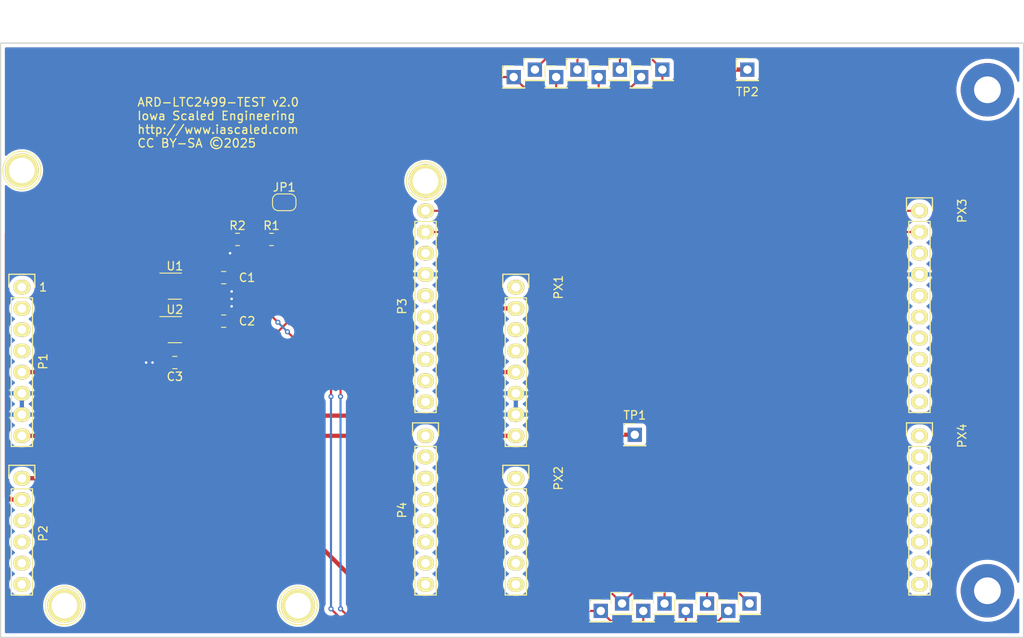
<source format=kicad_pcb>
(kicad_pcb (version 20211014) (generator pcbnew)
  (title_block (date "lun. 30 mars 2015"))
  (layers (0 "F.Cu" signal) (31 "B.Cu" signal) (34 "B.Paste" user) (35 "F.Paste" user) (36 "B.SilkS" user "B.Silkscreen") (37 "F.SilkS" user "F.Silkscreen") (38 "B.Mask" user) (39 "F.Mask" user) (44 "Edge.Cuts" user))
  (net 0 "")
  (net 1 "/IOREF")
  (net 2 "/Reset")
  (net 3 "+5V")
  (net 4 "GND")
  (net 5 "/Vin")
  (net 6 "/A0")
  (net 7 "/A1")
  (net 8 "/A2")
  (net 9 "/A3")
  (net 10 "/AREF")
  (net 11 "/A4(SDA)")
  (net 12 "/A5(SCL)")
  (net 13 "/9(**)")
  (net 14 "/8")
  (net 15 "/7")
  (net 16 "/6(**)")
  (net 17 "/5(**)")
  (net 18 "/4")
  (net 19 "/3(**)")
  (net 20 "/2")
  (net 21 "/1(Tx)")
  (net 22 "/0(Rx)")
  (net 23 "/1p25V")
  (net 24 "/2p5V")
  (net 26 "/11(**{slash}MOSI)")
  (net 27 "/13(SCK)")
  (net 28 "/10(**{slash}SS)")
  (net 30 "+3V3")
  (net 31 "/12(MISO)")
  (net 67 "Net-(R1-Pad1)")
  (footprint "Socket_Arduino_Uno:Socket_Strip_Arduino_1x08" (layer "F.Cu") (at 113.538 85.725 -90)
    (fp_text reference "P1" (at 8.89 -2.54 90) (layer "F.SilkS"))
    (fp_text value "Power")
    (fp_line (start 19.05 1.27) (end 19.05 -1.27) (layer "F.SilkS") (width 0.15))
    (fp_line (start 1.27 1.27) (end 19.05 1.27) (layer "F.SilkS") (width 0.15))
    (fp_line (start 19.05 -1.27) (end 1.27 -1.27) (layer "F.SilkS") (width 0.15))
    (fp_line (start 0 -1.55) (end -1.55 -1.55) (layer "F.SilkS") (width 0.15))
    (fp_line (start -1.55 -1.55) (end -1.55 1.55) (layer "F.SilkS") (width 0.15))
    (fp_line (start -1.55 1.55) (end 0 1.55) (layer "F.SilkS") (width 0.15))
    (fp_line (start 1.27 1.27) (end 1.27 -1.27) (layer "F.SilkS") (width 0.15))
    (pad "1" thru_hole oval locked (at 0 0 270) (size 1.7272 2.032) (drill 1.016) (layers *.Cu *.Mask "F.SilkS"))
    (pad "2" thru_hole oval locked (at 2.54 0 270) (size 1.7272 2.032) (drill 1.016) (layers *.Cu *.Mask "F.SilkS") (net 1 "/IOREF"))
    (pad "3" thru_hole oval locked (at 5.08 0 270) (size 1.7272 2.032) (drill 1.016) (layers *.Cu *.Mask "F.SilkS") (net 2 "/Reset"))
    (pad "4" thru_hole oval locked (at 7.62 0 270) (size 1.7272 2.032) (drill 1.016) (layers *.Cu *.Mask "F.SilkS") (net 30 "+3V3"))
    (pad "5" thru_hole oval locked (at 10.16 0 270) (size 1.7272 2.032) (drill 1.016) (layers *.Cu *.Mask "F.SilkS") (net 3 "+5V"))
    (pad "6" thru_hole oval locked (at 12.7 0 270) (size 1.7272 2.032) (drill 1.016) (layers *.Cu *.Mask "F.SilkS") (net 4 "GND"))
    (pad "7" thru_hole oval locked (at 15.24 0 270) (size 1.7272 2.032) (drill 1.016) (layers *.Cu *.Mask "F.SilkS") (net 4 "GND"))
    (pad "8" thru_hole oval locked (at 17.78 0 270) (size 1.7272 2.032) (drill 1.016) (layers *.Cu *.Mask "F.SilkS") (net 5 "/Vin"))
  )
  (footprint "Socket_Arduino_Uno:Socket_Strip_Arduino_1x06" (layer "F.Cu") (at 113.538 108.585 -90)
    (fp_text reference "P2" (at 6.604 -2.54 90) (layer "F.SilkS"))
    (fp_text value "Analog")
    (fp_line (start 1.27 1.27) (end 1.27 -1.27) (layer "F.SilkS") (width 0.15))
    (fp_line (start 0 -1.55) (end -1.55 -1.55) (layer "F.SilkS") (width 0.15))
    (fp_line (start 13.97 -1.27) (end 1.27 -1.27) (layer "F.SilkS") (width 0.15))
    (fp_line (start 1.27 1.27) (end 13.97 1.27) (layer "F.SilkS") (width 0.15))
    (fp_line (start 13.97 1.27) (end 13.97 -1.27) (layer "F.SilkS") (width 0.15))
    (fp_line (start -1.55 -1.55) (end -1.55 1.55) (layer "F.SilkS") (width 0.15))
    (fp_line (start -1.55 1.55) (end 0 1.55) (layer "F.SilkS") (width 0.15))
    (pad "1" thru_hole oval locked (at 0 0 270) (size 1.7272 2.032) (drill 1.016) (layers *.Cu *.Mask "F.SilkS") (net 6 "/A0"))
    (pad "2" thru_hole oval locked (at 2.54 0 270) (size 1.7272 2.032) (drill 1.016) (layers *.Cu *.Mask "F.SilkS") (net 7 "/A1"))
    (pad "3" thru_hole oval locked (at 5.08 0 270) (size 1.7272 2.032) (drill 1.016) (layers *.Cu *.Mask "F.SilkS") (net 8 "/A2"))
    (pad "4" thru_hole oval locked (at 7.62 0 270) (size 1.7272 2.032) (drill 1.016) (layers *.Cu *.Mask "F.SilkS") (net 9 "/A3"))
    (pad "5" thru_hole oval locked (at 10.16 0 270) (size 1.7272 2.032) (drill 1.016) (layers *.Cu *.Mask "F.SilkS"))
    (pad "6" thru_hole oval locked (at 12.7 0 270) (size 1.7272 2.032) (drill 1.016) (layers *.Cu *.Mask "F.SilkS"))
  )
  (footprint "Socket_Arduino_Uno:Socket_Strip_Arduino_1x10" (layer "F.Cu") (at 161.798 76.581 -90)
    (fp_text reference "P3" (at 11.43 2.794 90) (layer "F.SilkS"))
    (fp_text value "Digital")
    (fp_line (start 1.27 1.27) (end 24.13 1.27) (layer "F.SilkS") (width 0.15))
    (fp_line (start 24.13 1.27) (end 24.13 -1.27) (layer "F.SilkS") (width 0.15))
    (fp_line (start 24.13 -1.27) (end 1.27 -1.27) (layer "F.SilkS") (width 0.15))
    (fp_line (start 1.27 1.27) (end 1.27 -1.27) (layer "F.SilkS") (width 0.15))
    (pad "1" thru_hole oval locked (at 0 0 270) (size 1.7272 2.032) (drill 1.016) (layers *.Cu *.Mask "F.SilkS") (net 12 "/A5(SCL)"))
    (pad "2" thru_hole oval locked (at 2.54 0 270) (size 1.7272 2.032) (drill 1.016) (layers *.Cu *.Mask "F.SilkS") (net 11 "/A4(SDA)"))
    (pad "3" thru_hole oval locked (at 5.08 0 270) (size 1.7272 2.032) (drill 1.016) (layers *.Cu *.Mask "F.SilkS") (net 10 "/AREF"))
    (pad "4" thru_hole oval locked (at 7.62 0 270) (size 1.7272 2.032) (drill 1.016) (layers *.Cu *.Mask "F.SilkS") (net 4 "GND"))
    (pad "5" thru_hole oval locked (at 10.16 0 270) (size 1.7272 2.032) (drill 1.016) (layers *.Cu *.Mask "F.SilkS") (net 27 "/13(SCK)"))
    (pad "6" thru_hole oval locked (at 12.7 0 270) (size 1.7272 2.032) (drill 1.016) (layers *.Cu *.Mask "F.SilkS") (net 31 "/12(MISO)"))
    (pad "7" thru_hole oval locked (at 15.24 0 270) (size 1.7272 2.032) (drill 1.016) (layers *.Cu *.Mask "F.SilkS") (net 26 "/11(**{slash}MOSI)"))
    (pad "8" thru_hole oval locked (at 17.78 0 270) (size 1.7272 2.032) (drill 1.016) (layers *.Cu *.Mask "F.SilkS") (net 28 "/10(**{slash}SS)"))
    (pad "9" thru_hole oval locked (at 20.32 0 270) (size 1.7272 2.032) (drill 1.016) (layers *.Cu *.Mask "F.SilkS") (net 13 "/9(**)"))
    (pad "10" thru_hole oval locked (at 22.86 0 270) (size 1.7272 2.032) (drill 1.016) (layers *.Cu *.Mask "F.SilkS") (net 14 "/8"))
  )
  (footprint "Socket_Arduino_Uno:Socket_Strip_Arduino_1x08" (layer "F.Cu") (at 161.798 103.505 -90)
    (fp_text reference "P4" (at 8.89 2.794 90) (layer "F.SilkS"))
    (fp_text value "Digital")
    (fp_line (start 19.05 -1.27) (end 1.27 -1.27) (layer "F.SilkS") (width 0.15))
    (fp_line (start -1.55 1.55) (end 0 1.55) (layer "F.SilkS") (width 0.15))
    (fp_line (start 1.27 1.27) (end 19.05 1.27) (layer "F.SilkS") (width 0.15))
    (fp_line (start 1.27 1.27) (end 1.27 -1.27) (layer "F.SilkS") (width 0.15))
    (fp_line (start 0 -1.55) (end -1.55 -1.55) (layer "F.SilkS") (width 0.15))
    (fp_line (start 19.05 1.27) (end 19.05 -1.27) (layer "F.SilkS") (width 0.15))
    (fp_line (start -1.55 -1.55) (end -1.55 1.55) (layer "F.SilkS") (width 0.15))
    (pad "1" thru_hole oval locked (at 0 0 270) (size 1.7272 2.032) (drill 1.016) (layers *.Cu *.Mask "F.SilkS") (net 15 "/7"))
    (pad "2" thru_hole oval locked (at 2.54 0 270) (size 1.7272 2.032) (drill 1.016) (layers *.Cu *.Mask "F.SilkS") (net 16 "/6(**)"))
    (pad "3" thru_hole oval locked (at 5.08 0 270) (size 1.7272 2.032) (drill 1.016) (layers *.Cu *.Mask "F.SilkS") (net 17 "/5(**)"))
    (pad "4" thru_hole oval locked (at 7.62 0 270) (size 1.7272 2.032) (drill 1.016) (layers *.Cu *.Mask "F.SilkS") (net 18 "/4"))
    (pad "5" thru_hole oval locked (at 10.16 0 270) (size 1.7272 2.032) (drill 1.016) (layers *.Cu *.Mask "F.SilkS") (net 19 "/3(**)"))
    (pad "6" thru_hole oval locked (at 12.7 0 270) (size 1.7272 2.032) (drill 1.016) (layers *.Cu *.Mask "F.SilkS") (net 20 "/2"))
    (pad "7" thru_hole oval locked (at 15.24 0 270) (size 1.7272 2.032) (drill 1.016) (layers *.Cu *.Mask "F.SilkS") (net 21 "/1(Tx)"))
    (pad "8" thru_hole oval locked (at 17.78 0 270) (size 1.7272 2.032) (drill 1.016) (layers *.Cu *.Mask "F.SilkS") (net 22 "/0(Rx)"))
  )
  (footprint "Socket_Arduino_Uno:Arduino_1pin" (layer "F.Cu") (at 113.538 71.755 -90)
    (fp_text reference "P5" hide)
    (fp_text value "CONN_01X01" hide)
    (fp_circle (center 0 0) (end 0 -2.286) (layer "F.SilkS") (width 0.15) (fill none))
    (pad "1" thru_hole circle locked (at 0 0 270) (size 4.064 4.064) (drill 3.048) (layers *.Cu *.Mask "F.SilkS"))
  )
  (footprint "Socket_Arduino_Uno:Arduino_1pin" (layer "F.Cu") (at 118.618 123.825 -90)
    (fp_text reference "P6" hide)
    (fp_text value "CONN_01X01" hide)
    (fp_circle (center 0 0) (end 0 -2.286) (layer "F.SilkS") (width 0.15) (fill none))
    (pad "1" thru_hole circle locked (at 0 0 270) (size 4.064 4.064) (drill 3.048) (layers *.Cu *.Mask "F.SilkS"))
  )
  (footprint "Socket_Arduino_Uno:Arduino_1pin" (layer "F.Cu") (at 161.798 73.025 -90)
    (fp_text reference "P7" hide)
    (fp_text value "CONN_01X01" hide)
    (fp_circle (center 0 0) (end 0 -2.286) (layer "F.SilkS") (width 0.15) (fill none))
    (pad "1" thru_hole circle locked (at 0 0 270) (size 4.064 4.064) (drill 3.048) (layers *.Cu *.Mask "F.SilkS"))
  )
  (footprint "Socket_Arduino_Uno:Arduino_1pin" (layer "F.Cu") (at 146.558 123.825 -90)
    (fp_text reference "P8" hide)
    (fp_text value "CONN_01X01" hide)
    (fp_circle (center 0 0) (end 0 -2.286) (layer "F.SilkS") (width 0.15) (fill none))
    (pad "1" thru_hole circle locked (at 0 0 270) (size 4.064 4.064) (drill 3.048) (layers *.Cu *.Mask "F.SilkS"))
  )
  (footprint "Jumper:SolderJumper-2_P1.3mm_Open_RoundedPad1.0x1.5mm" (layer "F.Cu") (at 144.907 75.565)
    (fp_text reference "JP1" (at 0 -1.8) (layer "F.SilkS"))
    (fp_text value "SolderJumper_2_Open")
    (fp_line (start 0.7 1) (end -0.7 1) (layer "F.SilkS") (width 0.12))
    (fp_line (start -1.4 0.3) (end -1.4 -0.3) (layer "F.SilkS") (width 0.12))
    (fp_line (start -0.7 -1) (end 0.7 -1) (layer "F.SilkS") (width 0.12))
    (fp_line (start 1.4 -0.3) (end 1.4 0.3) (layer "F.SilkS") (width 0.12))
    (fp_arc (start -1.4 -0.3) (mid -1.194975 -0.794975) (end -0.7 -1) (layer "F.SilkS") (width 0.12))
    (fp_arc (start 0.7 -1) (mid 1.194975 -0.794975) (end 1.4 -0.3) (layer "F.SilkS") (width 0.12))
    (fp_arc (start -0.7 1) (mid -1.194975 0.794975) (end -1.4 0.3) (layer "F.SilkS") (width 0.12))
    (fp_arc (start 1.4 0.3) (mid 1.194975 0.794975) (end 0.7 1) (layer "F.SilkS") (width 0.12))
    (pad "1" smd custom (at -0.65 0) (size 1 0.5) (layers "F.Cu" "F.Mask") (net 67 "Net-(R1-Pad1)") (options (clearance outline) (anchor rect)) (primitives (gr_circle (center 0 0.25) (end 0.5 0.25) (width 0) (fill yes)) (gr_circle (center 0 -0.25) (end 0.5 -0.25) (width 0) (fill yes)) (gr_poly (pts (xy 0.5 0.75) (xy 0 0.75) (xy 0 -0.75) (xy 0.5 -0.75)) (width 0) (fill yes))))
    (pad "2" smd custom (at 0.65 0) (size 1 0.5) (layers "F.Cu" "F.Mask") (net 23 "/1p25V") (options (clearance outline) (anchor rect)) (primitives (gr_circle (center 0 0.25) (end 0.5 0.25) (width 0) (fill yes)) (gr_circle (center 0 -0.25) (end 0.5 -0.25) (width 0) (fill yes)) (gr_poly (pts (xy 0 0.75) (xy -0.5 0.75) (xy -0.5 -0.75) (xy 0 -0.75)) (width 0) (fill yes))))
  )
  (footprint "Connector_PinHeader_2.54mm:PinHeader_1x01_P2.54mm_Vertical" (layer "F.Cu") (at 174.879 59.69)
    (fp_text reference "TP11" hide)
    (fp_text value "TestPoint")
    (fp_line (start 1.33 1.27) (end 1.33 1.33) (layer "F.SilkS") (width 0.12))
    (fp_line (start -1.33 1.27) (end -1.33 1.33) (layer "F.SilkS") (width 0.12))
    (fp_line (start -1.33 0) (end -1.33 -1.33) (layer "F.SilkS") (width 0.12))
    (fp_line (start -1.33 1.27) (end 1.33 1.27) (layer "F.SilkS") (width 0.12))
    (fp_line (start -1.33 1.33) (end 1.33 1.33) (layer "F.SilkS") (width 0.12))
    (fp_line (start -1.33 -1.33) (end 0 -1.33) (layer "F.SilkS") (width 0.12))
    (pad "1" thru_hole rect (at 0 0) (size 1.7 1.7) (drill 1) (layers *.Cu *.Mask) (net 24 "/2p5V"))
  )
  (footprint "Socket_Arduino_Uno:Socket_Strip_Arduino_1x08" (layer "F.Cu") (at 220.853 103.505 -90)
    (fp_text reference "PX4" (at 0 -5.1 90) (layer "F.SilkS"))
    (fp_text value "Digital")
    (fp_line (start -1.55 1.55) (end 0 1.55) (layer "F.SilkS") (width 0.15))
    (fp_line (start 1.27 1.27) (end 1.27 -1.27) (layer "F.SilkS") (width 0.15))
    (fp_line (start 1.27 1.27) (end 19.05 1.27) (layer "F.SilkS") (width 0.15))
    (fp_line (start -1.55 -1.55) (end -1.55 1.55) (layer "F.SilkS") (width 0.15))
    (fp_line (start 19.05 -1.27) (end 1.27 -1.27) (layer "F.SilkS") (width 0.15))
    (fp_line (start 0 -1.55) (end -1.55 -1.55) (layer "F.SilkS") (width 0.15))
    (fp_line (start 19.05 1.27) (end 19.05 -1.27) (layer "F.SilkS") (width 0.15))
    (pad "1" thru_hole oval locked (at 0 0 270) (size 1.7272 2.032) (drill 1.016) (layers *.Cu *.Mask "F.SilkS"))
    (pad "2" thru_hole oval locked (at 2.54 0 270) (size 1.7272 2.032) (drill 1.016) (layers *.Cu *.Mask "F.SilkS"))
    (pad "3" thru_hole oval locked (at 5.08 0 270) (size 1.7272 2.032) (drill 1.016) (layers *.Cu *.Mask "F.SilkS"))
    (pad "4" thru_hole oval locked (at 7.62 0 270) (size 1.7272 2.032) (drill 1.016) (layers *.Cu *.Mask "F.SilkS"))
    (pad "5" thru_hole oval locked (at 10.16 0 270) (size 1.7272 2.032) (drill 1.016) (layers *.Cu *.Mask "F.SilkS"))
    (pad "6" thru_hole oval locked (at 12.7 0 270) (size 1.7272 2.032) (drill 1.016) (layers *.Cu *.Mask "F.SilkS"))
    (pad "7" thru_hole oval locked (at 15.24 0 270) (size 1.7272 2.032) (drill 1.016) (layers *.Cu *.Mask "F.SilkS"))
    (pad "8" thru_hole oval locked (at 17.78 0 270) (size 1.7272 2.032) (drill 1.016) (layers *.Cu *.Mask "F.SilkS"))
  )
  (footprint "Connector_PinHeader_2.54mm:PinHeader_1x01_P2.54mm_Vertical" (layer "F.Cu") (at 172.339 60.579)
    (fp_text reference "TP3" hide)
    (fp_text value "TestPoint")
    (fp_line (start -1.33 0) (end -1.33 -1.33) (layer "F.SilkS") (width 0.12))
    (fp_line (start -1.33 1.27) (end -1.33 1.33) (layer "F.SilkS") (width 0.12))
    (fp_line (start 1.33 1.27) (end 1.33 1.33) (layer "F.SilkS") (width 0.12))
    (fp_line (start -1.33 1.33) (end 1.33 1.33) (layer "F.SilkS") (width 0.12))
    (fp_line (start -1.33 1.27) (end 1.33 1.27) (layer "F.SilkS") (width 0.12))
    (fp_line (start -1.33 -1.33) (end 0 -1.33) (layer "F.SilkS") (width 0.12))
    (pad "1" thru_hole rect (at 0 0) (size 1.7 1.7) (drill 1) (layers *.Cu *.Mask) (net 23 "/1p25V"))
  )
  (footprint "Package_TO_SOT_SMD:TSOT-23-6" (layer "F.Cu") (at 131.826 90.805)
    (fp_text reference "U2" (at 0 -2.4) (layer "F.SilkS"))
    (fp_text value "LT6654xxS6-2.5")
    (fp_line (start 0 -1.56) (end 0.8 -1.56) (layer "F.SilkS") (width 0.12))
    (fp_line (start 0 -1.56) (end -1.8 -1.56) (layer "F.SilkS") (width 0.12))
    (fp_line (start 0 1.56) (end -0.8 1.56) (layer "F.SilkS") (width 0.12))
    (fp_line (start 0 1.56) (end 0.8 1.56) (layer "F.SilkS") (width 0.12))
    (pad "1" smd roundrect (at -1.1375 -0.95) (size 1.325 0.6) (layers "F.Cu" "F.Paste" "F.Mask") (net 4 "GND"))
    (pad "2" smd roundrect (at -1.1375 0) (size 1.325 0.6) (layers "F.Cu" "F.Paste" "F.Mask") (net 4 "GND"))
    (pad "3" smd roundrect (at -1.1375 0.95) (size 1.325 0.6) (layers "F.Cu" "F.Paste" "F.Mask"))
    (pad "4" smd roundrect (at 1.1375 0.95) (size 1.325 0.6) (layers "F.Cu" "F.Paste" "F.Mask") (net 3 "+5V"))
    (pad "5" smd roundrect (at 1.1375 0) (size 1.325 0.6) (layers "F.Cu" "F.Paste" "F.Mask"))
    (pad "6" smd roundrect (at 1.1375 -0.95) (size 1.325 0.6) (layers "F.Cu" "F.Paste" "F.Mask") (net 24 "/2p5V"))
  )
  (footprint "Package_TO_SOT_SMD:TSOT-23-6" (layer "F.Cu") (at 131.826 85.598)
    (fp_text reference "U1" (at 0 -2.4) (layer "F.SilkS"))
    (fp_text value "LT6654xxS6-1.25")
    (fp_line (start 0 1.56) (end 0.8 1.56) (layer "F.SilkS") (width 0.12))
    (fp_line (start 0 -1.56) (end -1.8 -1.56) (layer "F.SilkS") (width 0.12))
    (fp_line (start 0 -1.56) (end 0.8 -1.56) (layer "F.SilkS") (width 0.12))
    (fp_line (start 0 1.56) (end -0.8 1.56) (layer "F.SilkS") (width 0.12))
    (pad "1" smd roundrect (at -1.1375 -0.95) (size 1.325 0.6) (layers "F.Cu" "F.Paste" "F.Mask") (net 4 "GND"))
    (pad "2" smd roundrect (at -1.1375 0) (size 1.325 0.6) (layers "F.Cu" "F.Paste" "F.Mask") (net 4 "GND"))
    (pad "3" smd roundrect (at -1.1375 0.95) (size 1.325 0.6) (layers "F.Cu" "F.Paste" "F.Mask"))
    (pad "4" smd roundrect (at 1.1375 0.95) (size 1.325 0.6) (layers "F.Cu" "F.Paste" "F.Mask") (net 3 "+5V"))
    (pad "5" smd roundrect (at 1.1375 0) (size 1.325 0.6) (layers "F.Cu" "F.Paste" "F.Mask"))
    (pad "6" smd roundrect (at 1.1375 -0.95) (size 1.325 0.6) (layers "F.Cu" "F.Paste" "F.Mask") (net 23 "/1p25V"))
  )
  (footprint "Connector_PinHeader_2.54mm:PinHeader_1x01_P2.54mm_Vertical" (layer "F.Cu") (at 200.533 123.571)
    (fp_text reference "TP18" hide)
    (fp_text value "TestPoint")
    (fp_line (start -1.33 1.27) (end 1.33 1.27) (layer "F.SilkS") (width 0.12))
    (fp_line (start -1.33 -1.33) (end 0 -1.33) (layer "F.SilkS") (width 0.12))
    (fp_line (start -1.33 1.27) (end -1.33 1.33) (layer "F.SilkS") (width 0.12))
    (fp_line (start -1.33 1.33) (end 1.33 1.33) (layer "F.SilkS") (width 0.12))
    (fp_line (start 1.33 1.27) (end 1.33 1.33) (layer "F.SilkS") (width 0.12))
    (fp_line (start -1.33 0) (end -1.33 -1.33) (layer "F.SilkS") (width 0.12))
    (pad "1" thru_hole rect (at 0 0) (size 1.7 1.7) (drill 1) (layers *.Cu *.Mask) (net 24 "/2p5V"))
  )
  (footprint "Socket_Arduino_Uno:Socket_Strip_Arduino_1x06" (layer "F.Cu") (at 172.593 108.585 -90)
    (fp_text reference "PX2" (at 0 -5.1 90) (layer "F.SilkS"))
    (fp_text value "Analog")
    (fp_line (start 13.97 -1.27) (end 1.27 -1.27) (layer "F.SilkS") (width 0.15))
    (fp_line (start 0 -1.55) (end -1.55 -1.55) (layer "F.SilkS") (width 0.15))
    (fp_line (start -1.55 -1.55) (end -1.55 1.55) (layer "F.SilkS") (width 0.15))
    (fp_line (start 1.27 1.27) (end 1.27 -1.27) (layer "F.SilkS") (width 0.15))
    (fp_line (start 1.27 1.27) (end 13.97 1.27) (layer "F.SilkS") (width 0.15))
    (fp_line (start -1.55 1.55) (end 0 1.55) (layer "F.SilkS") (width 0.15))
    (fp_line (start 13.97 1.27) (end 13.97 -1.27) (layer "F.SilkS") (width 0.15))
    (pad "1" thru_hole oval locked (at 0 0 270) (size 1.7272 2.032) (drill 1.016) (layers *.Cu *.Mask "F.SilkS"))
    (pad "2" thru_hole oval locked (at 2.54 0 270) (size 1.7272 2.032) (drill 1.016) (layers *.Cu *.Mask "F.SilkS"))
    (pad "3" thru_hole oval locked (at 5.08 0 270) (size 1.7272 2.032) (drill 1.016) (layers *.Cu *.Mask "F.SilkS"))
    (pad "4" thru_hole oval locked (at 7.62 0 270) (size 1.7272 2.032) (drill 1.016) (layers *.Cu *.Mask "F.SilkS"))
    (pad "5" thru_hole oval locked (at 10.16 0 270) (size 1.7272 2.032) (drill 1.016) (layers *.Cu *.Mask "F.SilkS"))
    (pad "6" thru_hole oval locked (at 12.7 0 270) (size 1.7272 2.032) (drill 1.016) (layers *.Cu *.Mask "F.SilkS"))
  )
  (footprint "Resistor_SMD:R_0805_2012Metric" (layer "F.Cu") (at 139.319 80.01)
    (fp_text reference "R2" (at 0 -1.65) (layer "F.SilkS"))
    (fp_text value "10k")
    (fp_line (start -0.227064 -0.735) (end 0.227064 -0.735) (layer "F.SilkS") (width 0.12))
    (fp_line (start -0.227064 0.735) (end 0.227064 0.735) (layer "F.SilkS") (width 0.12))
    (pad "1" smd roundrect (at -0.9125 0) (size 1.025 1.4) (layers "F.Cu" "F.Paste" "F.Mask") (roundrect_rratio 0.243902) (net 4 "GND"))
    (pad "2" smd roundrect (at 0.9125 0) (size 1.025 1.4) (layers "F.Cu" "F.Paste" "F.Mask") (roundrect_rratio 0.243902) (net 67 "Net-(R1-Pad1)"))
  )
  (footprint "Connector_PinHeader_2.54mm:PinHeader_1x01_P2.54mm_Vertical" (layer "F.Cu") (at 177.419 60.579)
    (fp_text reference "TP4" hide)
    (fp_text value "TestPoint")
    (fp_line (start -1.33 -1.33) (end 0 -1.33) (layer "F.SilkS") (width 0.12))
    (fp_line (start -1.33 1.27) (end 1.33 1.27) (layer "F.SilkS") (width 0.12))
    (fp_line (start -1.33 0) (end -1.33 -1.33) (layer "F.SilkS") (width 0.12))
    (fp_line (start -1.33 1.33) (end 1.33 1.33) (layer "F.SilkS") (width 0.12))
    (fp_line (start 1.33 1.27) (end 1.33 1.33) (layer "F.SilkS") (width 0.12))
    (fp_line (start -1.33 1.27) (end -1.33 1.33) (layer "F.SilkS") (width 0.12))
    (pad "1" thru_hole rect (at 0 0) (size 1.7 1.7) (drill 1) (layers *.Cu *.Mask) (net 23 "/1p25V"))
  )
  (footprint "Connector_PinHeader_2.54mm:PinHeader_1x01_P2.54mm_Vertical" (layer "F.Cu") (at 195.453 123.571)
    (fp_text reference "TP17" hide)
    (fp_text value "TestPoint")
    (fp_line (start -1.33 -1.33) (end 0 -1.33) (layer "F.SilkS") (width 0.12))
    (fp_line (start 1.33 1.27) (end 1.33 1.33) (layer "F.SilkS") (width 0.12))
    (fp_line (start -1.33 0) (end -1.33 -1.33) (layer "F.SilkS") (width 0.12))
    (fp_line (start -1.33 1.27) (end 1.33 1.27) (layer "F.SilkS") (width 0.12))
    (fp_line (start -1.33 1.27) (end -1.33 1.33) (layer "F.SilkS") (width 0.12))
    (fp_line (start -1.33 1.33) (end 1.33 1.33) (layer "F.SilkS") (width 0.12))
    (pad "1" thru_hole rect (at 0 0) (size 1.7 1.7) (drill 1) (layers *.Cu *.Mask) (net 24 "/2p5V"))
  )
  (footprint "MountingHole:MountingHole_3.2mm_M3_Pad" (layer "F.Cu") (at 228.981 122.047)
    (fp_text reference "H2" hide)
    (fp_text value "MountingHole" hide)
    (pad "1" thru_hole circle (at 0 0) (size 6.4 6.4) (drill 3.2) (layers *.Cu *.Mask))
  )
  (footprint "Connector_PinHeader_2.54mm:PinHeader_1x01_P2.54mm_Vertical" (layer "F.Cu") (at 187.833 124.46)
    (fp_text reference "TP8" hide)
    (fp_text value "TestPoint")
    (fp_line (start -1.33 1.27) (end -1.33 1.33) (layer "F.SilkS") (width 0.12))
    (fp_line (start -1.33 1.33) (end 1.33 1.33) (layer "F.SilkS") (width 0.12))
    (fp_line (start 1.33 1.27) (end 1.33 1.33) (layer "F.SilkS") (width 0.12))
    (fp_line (start -1.33 0) (end -1.33 -1.33) (layer "F.SilkS") (width 0.12))
    (fp_line (start -1.33 -1.33) (end 0 -1.33) (layer "F.SilkS") (width 0.12))
    (fp_line (start -1.33 1.27) (end 1.33 1.27) (layer "F.SilkS") (width 0.12))
    (pad "1" thru_hole rect (at 0 0) (size 1.7 1.7) (drill 1) (layers *.Cu *.Mask) (net 23 "/1p25V"))
  )
  (footprint "Socket_Arduino_Uno:Socket_Strip_Arduino_1x10" (layer "F.Cu") (at 220.853 76.581 -90)
    (fp_text reference "PX3" (at 0 -5.1 90) (layer "F.SilkS"))
    (fp_text value "Digital")
    (fp_line (start 24.13 1.27) (end 24.13 -1.27) (layer "F.SilkS") (width 0.15))
    (fp_line (start 1.27 1.27) (end 24.13 1.27) (layer "F.SilkS") (width 0.15))
    (fp_line (start -1.55 -1.55) (end -1.55 1.55) (layer "F.SilkS") (width 0.15))
    (fp_line (start 0 -1.55) (end -1.55 -1.55) (layer "F.SilkS") (width 0.15))
    (fp_line (start 24.13 -1.27) (end 1.27 -1.27) (layer "F.SilkS") (width 0.15))
    (fp_line (start -1.55 1.55) (end 0 1.55) (layer "F.SilkS") (width 0.15))
    (fp_line (start 1.27 1.27) (end 1.27 -1.27) (layer "F.SilkS") (width 0.15))
    (pad "1" thru_hole oval locked (at 0 0 270) (size 1.7272 2.032) (drill 1.016) (layers *.Cu *.Mask "F.SilkS") (net 12 "/A5(SCL)"))
    (pad "2" thru_hole oval locked (at 2.54 0 270) (size 1.7272 2.032) (drill 1.016) (layers *.Cu *.Mask "F.SilkS") (net 11 "/A4(SDA)"))
    (pad "3" thru_hole oval locked (at 5.08 0 270) (size 1.7272 2.032) (drill 1.016) (layers *.Cu *.Mask "F.SilkS"))
    (pad "4" thru_hole oval locked (at 7.62 0 270) (size 1.7272 2.032) (drill 1.016) (layers *.Cu *.Mask "F.SilkS") (net 4 "GND"))
    (pad "5" thru_hole oval locked (at 10.16 0 270) (size 1.7272 2.032) (drill 1.016) (layers *.Cu *.Mask "F.SilkS"))
    (pad "6" thru_hole oval locked (at 12.7 0 270) (size 1.7272 2.032) (drill 1.016) (layers *.Cu *.Mask "F.SilkS"))
    (pad "7" thru_hole oval locked (at 15.24 0 270) (size 1.7272 2.032) (drill 1.016) (layers *.Cu *.Mask "F.SilkS"))
    (pad "8" thru_hole oval locked (at 17.78 0 270) (size 1.7272 2.032) (drill 1.016) (layers *.Cu *.Mask "F.SilkS"))
    (pad "9" thru_hole oval locked (at 20.32 0 270) (size 1.7272 2.032) (drill 1.016) (layers *.Cu *.Mask "F.SilkS"))
    (pad "10" thru_hole oval locked (at 22.86 0 270) (size 1.7272 2.032) (drill 1.016) (layers *.Cu *.Mask "F.SilkS"))
  )
  (footprint "Connector_PinHeader_2.54mm:PinHeader_1x01_P2.54mm_Vertical" (layer "F.Cu") (at 185.039 59.69)
    (fp_text reference "TP13" hide)
    (fp_text value "TestPoint")
    (fp_line (start -1.33 -1.33) (end 0 -1.33) (layer "F.SilkS") (width 0.12))
    (fp_line (start 1.33 1.27) (end 1.33 1.33) (layer "F.SilkS") (width 0.12))
    (fp_line (start -1.33 1.27) (end 1.33 1.27) (layer "F.SilkS") (width 0.12))
    (fp_line (start -1.33 1.27) (end -1.33 1.33) (layer "F.SilkS") (width 0.12))
    (fp_line (start -1.33 0) (end -1.33 -1.33) (layer "F.SilkS") (width 0.12))
    (fp_line (start -1.33 1.33) (end 1.33 1.33) (layer "F.SilkS") (width 0.12))
    (pad "1" thru_hole rect (at 0 0) (size 1.7 1.7) (drill 1) (layers *.Cu *.Mask) (net 24 "/2p5V"))
  )
  (footprint "Connector_PinHeader_2.54mm:PinHeader_1x01_P2.54mm_Vertical" (layer "F.Cu") (at 186.817 103.378)
    (fp_text reference "TP1" (at 0 -2.33) (layer "F.SilkS"))
    (fp_text value "TestPoint")
    (fp_line (start -1.33 1.33) (end 1.33 1.33) (layer "F.SilkS") (width 0.12))
    (fp_line (start 1.33 1.27) (end 1.33 1.33) (layer "F.SilkS") (width 0.12))
    (fp_line (start -1.33 -1.33) (end 0 -1.33) (layer "F.SilkS") (width 0.12))
    (fp_line (start -1.33 0) (end -1.33 -1.33) (layer "F.SilkS") (width 0.12))
    (fp_line (start -1.33 1.27) (end 1.33 1.27) (layer "F.SilkS") (width 0.12))
    (fp_line (start -1.33 1.27) (end -1.33 1.33) (layer "F.SilkS") (width 0.12))
    (pad "1" thru_hole rect (at 0 0) (size 1.7 1.7) (drill 1) (layers *.Cu *.Mask) (net 6 "/A0"))
  )
  (footprint "Capacitor_SMD:C_0805_2012Metric" (layer "F.Cu") (at 137.668 89.789)
    (fp_text reference "C2" (at 2.794 0) (layer "F.SilkS"))
    (fp_text value "1uF")
    (fp_line (start -0.261252 0.735) (end 0.261252 0.735) (layer "F.SilkS") (width 0.12))
    (fp_line (start -0.261252 -0.735) (end 0.261252 -0.735) (layer "F.SilkS") (width 0.12))
    (pad "1" smd roundrect (at -0.95 0) (size 1 1.45) (layers "F.Cu" "F.Paste" "F.Mask") (net 24 "/2p5V"))
    (pad "2" smd roundrect (at 0.95 0) (size 1 1.45) (layers "F.Cu" "F.Paste" "F.Mask") (net 4 "GND"))
  )
  (footprint "Connector_PinHeader_2.54mm:PinHeader_1x01_P2.54mm_Vertical" (layer "F.Cu") (at 200.279 59.69)
    (fp_text reference "TP2" (at 0 2.667) (layer "F.SilkS"))
    (fp_text value "TestPoint")
    (fp_line (start -1.33 1.33) (end 1.33 1.33) (layer "F.SilkS") (width 0.12))
    (fp_line (start -1.33 -1.33) (end 0 -1.33) (layer "F.SilkS") (width 0.12))
    (fp_line (start -1.33 1.27) (end -1.33 1.33) (layer "F.SilkS") (width 0.12))
    (fp_line (start 1.33 1.27) (end 1.33 1.33) (layer "F.SilkS") (width 0.12))
    (fp_line (start -1.33 0) (end -1.33 -1.33) (layer "F.SilkS") (width 0.12))
    (fp_line (start -1.33 1.27) (end 1.33 1.27) (layer "F.SilkS") (width 0.12))
    (pad "1" thru_hole rect (at 0 0) (size 1.7 1.7) (drill 1) (layers *.Cu *.Mask) (net 7 "/A1"))
  )
  (footprint "Connector_PinHeader_2.54mm:PinHeader_1x01_P2.54mm_Vertical" (layer "F.Cu") (at 182.753 124.46)
    (fp_text reference "TP7" hide)
    (fp_text value "TestPoint")
    (fp_line (start -1.33 1.33) (end 1.33 1.33) (layer "F.SilkS") (width 0.12))
    (fp_line (start 1.33 1.27) (end 1.33 1.33) (layer "F.SilkS") (width 0.12))
    (fp_line (start -1.33 1.27) (end -1.33 1.33) (layer "F.SilkS") (width 0.12))
    (fp_line (start -1.33 1.27) (end 1.33 1.27) (layer "F.SilkS") (width 0.12))
    (fp_line (start -1.33 -1.33) (end 0 -1.33) (layer "F.SilkS") (width 0.12))
    (fp_line (start -1.33 0) (end -1.33 -1.33) (layer "F.SilkS") (width 0.12))
    (pad "1" thru_hole rect (at 0 0) (size 1.7 1.7) (drill 1) (layers *.Cu *.Mask) (net 23 "/1p25V"))
  )
  (footprint "Connector_PinHeader_2.54mm:PinHeader_1x01_P2.54mm_Vertical" (layer "F.Cu") (at 192.913 124.46)
    (fp_text reference "TP9" hide)
    (fp_text value "TestPoint")
    (fp_line (start -1.33 1.33) (end 1.33 1.33) (layer "F.SilkS") (width 0.12))
    (fp_line (start -1.33 0) (end -1.33 -1.33) (layer "F.SilkS") (width 0.12))
    (fp_line (start -1.33 1.27) (end 1.33 1.27) (layer "F.SilkS") (width 0.12))
    (fp_line (start 1.33 1.27) (end 1.33 1.33) (layer "F.SilkS") (width 0.12))
    (fp_line (start -1.33 1.27) (end -1.33 1.33) (layer "F.SilkS") (width 0.12))
    (fp_line (start -1.33 -1.33) (end 0 -1.33) (layer "F.SilkS") (width 0.12))
    (pad "1" thru_hole rect (at 0 0) (size 1.7 1.7) (drill 1) (layers *.Cu *.Mask) (net 23 "/1p25V"))
  )
  (footprint "Capacitor_SMD:C_0805_2012Metric" (layer "F.Cu") (at 137.668 84.582)
    (fp_text reference "C1" (at 2.794 0) (layer "F.SilkS"))
    (fp_text value "1uF")
    (fp_line (start -0.261252 -0.735) (end 0.261252 -0.735) (layer "F.SilkS") (width 0.12))
    (fp_line (start -0.261252 0.735) (end 0.261252 0.735) (layer "F.SilkS") (width 0.12))
    (pad "1" smd roundrect (at -0.95 0) (size 1 1.45) (layers "F.Cu" "F.Paste" "F.Mask") (net 23 "/1p25V"))
    (pad "2" smd roundrect (at 0.95 0) (size 1 1.45) (layers "F.Cu" "F.Paste" "F.Mask") (net 4 "GND"))
  )
  (footprint "Connector_PinHeader_2.54mm:PinHeader_1x01_P2.54mm_Vertical" (layer "F.Cu") (at 190.119 59.69)
    (fp_text reference "TP14" hide)
    (fp_text value "TestPoint")
    (fp_line (start -1.33 -1.33) (end 0 -1.33) (layer "F.SilkS") (width 0.12))
    (fp_line (start -1.33 0) (end -1.33 -1.33) (layer "F.SilkS") (width 0.12))
    (fp_line (start -1.33 1.33) (end 1.33 1.33) (layer "F.SilkS") (width 0.12))
    (fp_line (start -1.33 1.27) (end 1.33 1.27) (layer "F.SilkS") (width 0.12))
    (fp_line (start 1.33 1.27) (end 1.33 1.33) (layer "F.SilkS") (width 0.12))
    (fp_line (start -1.33 1.27) (end -1.33 1.33) (layer "F.SilkS") (width 0.12))
    (pad "1" thru_hole rect (at 0 0) (size 1.7 1.7) (drill 1) (layers *.Cu *.Mask) (net 24 "/2p5V"))
  )
  (footprint "Connector_PinHeader_2.54mm:PinHeader_1x01_P2.54mm_Vertical" (layer "F.Cu") (at 197.993 124.46)
    (fp_text reference "TP10" hide)
    (fp_text value "TestPoint")
    (fp_line (start -1.33 -1.33) (end 0 -1.33) (layer "F.SilkS") (width 0.12))
    (fp_line (start -1.33 0) (end -1.33 -1.33) (layer "F.SilkS") (width 0.12))
    (fp_line (start -1.33 1.27) (end -1.33 1.33) (layer "F.SilkS") (width 0.12))
    (fp_line (start -1.33 1.33) (end 1.33 1.33) (layer "F.SilkS") (width 0.12))
    (fp_line (start -1.33 1.27) (end 1.33 1.27) (layer "F.SilkS") (width 0.12))
    (fp_line (start 1.33 1.27) (end 1.33 1.33) (layer "F.SilkS") (width 0.12))
    (pad "1" thru_hole rect (at 0 0) (size 1.7 1.7) (drill 1) (layers *.Cu *.Mask) (net 23 "/1p25V"))
  )
  (footprint "Connector_PinHeader_2.54mm:PinHeader_1x01_P2.54mm_Vertical" (layer "F.Cu") (at 179.959 59.69)
    (fp_text reference "TP12" hide)
    (fp_text value "TestPoint")
    (fp_line (start -1.33 1.27) (end 1.33 1.27) (layer "F.SilkS") (width 0.12))
    (fp_line (start 1.33 1.27) (end 1.33 1.33) (layer "F.SilkS") (width 0.12))
    (fp_line (start -1.33 1.33) (end 1.33 1.33) (layer "F.SilkS") (width 0.12))
    (fp_line (start -1.33 -1.33) (end 0 -1.33) (layer "F.SilkS") (width 0.12))
    (fp_line (start -1.33 1.27) (end -1.33 1.33) (layer "F.SilkS") (width 0.12))
    (fp_line (start -1.33 0) (end -1.33 -1.33) (layer "F.SilkS") (width 0.12))
    (pad "1" thru_hole rect (at 0 0) (size 1.7 1.7) (drill 1) (layers *.Cu *.Mask) (net 24 "/2p5V"))
  )
  (footprint "Capacitor_SMD:C_0805_2012Metric" (layer "F.Cu") (at 131.826 94.742 180)
    (fp_text reference "C3" (at 0 -1.68) (layer "F.SilkS"))
    (fp_text value "10uF")
    (fp_line (start -0.261252 -0.735) (end 0.261252 -0.735) (layer "F.SilkS") (width 0.12))
    (fp_line (start -0.261252 0.735) (end 0.261252 0.735) (layer "F.SilkS") (width 0.12))
    (pad "1" smd roundrect (at -0.95 0 180) (size 1 1.45) (layers "F.Cu" "F.Paste" "F.Mask") (net 3 "+5V"))
    (pad "2" smd roundrect (at 0.95 0 180) (size 1 1.45) (layers "F.Cu" "F.Paste" "F.Mask") (net 4 "GND"))
  )
  (footprint "Connector_PinHeader_2.54mm:PinHeader_1x01_P2.54mm_Vertical" (layer "F.Cu") (at 182.499 60.579)
    (fp_text reference "TP5" hide)
    (fp_text value "TestPoint")
    (fp_line (start -1.33 1.27) (end 1.33 1.27) (layer "F.SilkS") (width 0.12))
    (fp_line (start 1.33 1.27) (end 1.33 1.33) (layer "F.SilkS") (width 0.12))
    (fp_line (start -1.33 0) (end -1.33 -1.33) (layer "F.SilkS") (width 0.12))
    (fp_line (start -1.33 1.33) (end 1.33 1.33) (layer "F.SilkS") (width 0.12))
    (fp_line (start -1.33 1.27) (end -1.33 1.33) (layer "F.SilkS") (width 0.12))
    (fp_line (start -1.33 -1.33) (end 0 -1.33) (layer "F.SilkS") (width 0.12))
    (pad "1" thru_hole rect (at 0 0) (size 1.7 1.7) (drill 1) (layers *.Cu *.Mask) (net 23 "/1p25V"))
  )
  (footprint "Resistor_SMD:R_0805_2012Metric" (layer "F.Cu") (at 143.383 80.01)
    (fp_text reference "R1" (at 0 -1.65) (layer "F.SilkS"))
    (fp_text value "10k")
    (fp_line (start -0.227064 -0.735) (end 0.227064 -0.735) (layer "F.SilkS") (width 0.12))
    (fp_line (start -0.227064 0.735) (end 0.227064 0.735) (layer "F.SilkS") (width 0.12))
    (pad "1" smd roundrect (at -0.9125 0) (size 1.025 1.4) (layers "F.Cu" "F.Paste" "F.Mask") (roundrect_rratio 0.243902) (net 67 "Net-(R1-Pad1)"))
    (pad "2" smd roundrect (at 0.9125 0) (size 1.025 1.4) (layers "F.Cu" "F.Paste" "F.Mask") (roundrect_rratio 0.243902) (net 24 "/2p5V"))
  )
  (footprint "Socket_Arduino_Uno:Socket_Strip_Arduino_1x08" (layer "F.Cu") (at 172.593 85.725 -90)
    (fp_text reference "PX1" (at 0 -5.1 90) (layer "F.SilkS"))
    (fp_text value "Power")
    (fp_line (start 1.27 1.27) (end 19.05 1.27) (layer "F.SilkS") (width 0.15))
    (fp_line (start 19.05 -1.27) (end 1.27 -1.27) (layer "F.SilkS") (width 0.15))
    (fp_line (start 0 -1.55) (end -1.55 -1.55) (layer "F.SilkS") (width 0.15))
    (fp_line (start -1.55 1.55) (end 0 1.55) (layer "F.SilkS") (width 0.15))
    (fp_line (start 19.05 1.27) (end 19.05 -1.27) (layer "F.SilkS") (width 0.15))
    (fp_line (start -1.55 -1.55) (end -1.55 1.55) (layer "F.SilkS") (width 0.15))
    (fp_line (start 1.27 1.27) (end 1.27 -1.27) (layer "F.SilkS") (width 0.15))
    (pad "1" thru_hole oval locked (at 0 0 270) (size 1.7272 2.032) (drill 1.016) (layers *.Cu *.Mask "F.SilkS"))
    (pad "2" thru_hole oval locked (at 2.54 0 270) (size 1.7272 2.032) (drill 1.016) (layers *.Cu *.Mask "F.SilkS") (net 3 "+5V"))
    (pad "3" thru_hole oval locked (at 5.08 0 270) (size 1.7272 2.032) (drill 1.016) (layers *.Cu *.Mask "F.SilkS"))
    (pad "4" thru_hole oval locked (at 7.62 0 270) (size 1.7272 2.032) (drill 1.016) (layers *.Cu *.Mask "F.SilkS"))
    (pad "5" thru_hole oval locked (at 10.16 0 270) (size 1.7272 2.032) (drill 1.016) (layers *.Cu *.Mask "F.SilkS") (net 3 "+5V"))
    (pad "6" thru_hole oval locked (at 12.7 0 270) (size 1.7272 2.032) (drill 1.016) (layers *.Cu *.Mask "F.SilkS") (net 4 "GND"))
    (pad "7" thru_hole oval locked (at 15.24 0 270) (size 1.7272 2.032) (drill 1.016) (layers *.Cu *.Mask "F.SilkS") (net 4 "GND"))
    (pad "8" thru_hole oval locked (at 17.78 0 270) (size 1.7272 2.032) (drill 1.016) (layers *.Cu *.Mask "F.SilkS") (net 5 "/Vin"))
  )
  (footprint "Connector_PinHeader_2.54mm:PinHeader_1x01_P2.54mm_Vertical" (layer "F.Cu") (at 185.293 123.571)
    (fp_text reference "TP15" hide)
    (fp_text value "TestPoint")
    (fp_line (start -1.33 -1.33) (end 0 -1.33) (layer "F.SilkS") (width 0.12))
    (fp_line (start 1.33 1.27) (end 1.33 1.33) (layer "F.SilkS") (width 0.12))
    (fp_line (start -1.33 1.33) (end 1.33 1.33) (layer "F.SilkS") (width 0.12))
    (fp_line (start -1.33 0) (end -1.33 -1.33) (layer "F.SilkS") (width 0.12))
    (fp_line (start -1.33 1.27) (end -1.33 1.33) (layer "F.SilkS") (width 0.12))
    (fp_line (start -1.33 1.27) (end 1.33 1.27) (layer "F.SilkS") (width 0.12))
    (pad "1" thru_hole rect (at 0 0) (size 1.7 1.7) (drill 1) (layers *.Cu *.Mask) (net 24 "/2p5V"))
  )
  (footprint "MountingHole:MountingHole_3.2mm_M3_Pad" (layer "F.Cu") (at 228.981 62.103)
    (fp_text reference "H1" hide)
    (fp_text value "MountingHole" hide)
    (pad "1" thru_hole circle (at 0 0) (size 6.4 6.4) (drill 3.2) (layers *.Cu *.Mask))
  )
  (footprint "Connector_PinHeader_2.54mm:PinHeader_1x01_P2.54mm_Vertical" (layer "F.Cu") (at 190.373 123.571)
    (fp_text reference "TP16" hide)
    (fp_text value "TestPoint")
    (fp_line (start -1.33 1.33) (end 1.33 1.33) (layer "F.SilkS") (width 0.12))
    (fp_line (start -1.33 -1.33) (end 0 -1.33) (layer "F.SilkS") (width 0.12))
    (fp_line (start -1.33 1.27) (end 1.33 1.27) (layer "F.SilkS") (width 0.12))
    (fp_line (start 1.33 1.27) (end 1.33 1.33) (layer "F.SilkS") (width 0.12))
    (fp_line (start -1.33 1.27) (end -1.33 1.33) (layer "F.SilkS") (width 0.12))
    (fp_line (start -1.33 0) (end -1.33 -1.33) (layer "F.SilkS") (width 0.12))
    (pad "1" thru_hole rect (at 0 0) (size 1.7 1.7) (drill 1) (layers *.Cu *.Mask) (net 24 "/2p5V"))
  )
  (footprint "Connector_PinHeader_2.54mm:PinHeader_1x01_P2.54mm_Vertical" (layer "F.Cu") (at 187.579 60.579)
    (fp_text reference "TP6" hide)
    (fp_text value "TestPoint")
    (fp_line (start -1.33 1.33) (end 1.33 1.33) (layer "F.SilkS") (width 0.12))
    (fp_line (start -1.33 -1.33) (end 0 -1.33) (layer "F.SilkS") (width 0.12))
    (fp_line (start 1.33 1.27) (end 1.33 1.33) (layer "F.SilkS") (width 0.12))
    (fp_line (start -1.33 0) (end -1.33 -1.33) (layer "F.SilkS") (width 0.12))
    (fp_line (start -1.33 1.27) (end 1.33 1.27) (layer "F.SilkS") (width 0.12))
    (fp_line (start -1.33 1.27) (end -1.33 1.33) (layer "F.SilkS") (width 0.12))
    (pad "1" thru_hole rect (at 0 0) (size 1.7 1.7) (drill 1) (layers *.Cu *.Mask) (net 23 "/1p25V"))
  )
  (gr_rect (start 110.998 56.515) (end 233.299 127.635) (layer "Edge.Cuts") (width 0.15) (fill none))
  (gr_text "ARD-LTC2499-TEST v2.0\nIowa Scaled Engineering\nhttp://www.iascaled.com\nCC BY-SA ©2025" (at 127.254 66.04) (layer "F.SilkS") (effects (font (size 1.016 1.016) (thickness 0.1524)) (justify left)))
  (gr_text "1" (at 116.078 85.725) (layer "F.SilkS") (effects (font (size 1 1))))
  (segment (start 132.776 91.9425) (end 132.9635 91.755) (width 0.381) (layer "F.Cu") (net 3))
  (segment (start 132.776 94.742) (end 132.776 91.9425) (width 0.381) (layer "F.Cu") (net 3))
  (segment (start 170.688 88.265) (end 169.926 89.027) (width 0.508) (layer "F.Cu") (net 3))
  (segment (start 132.776 101.031) (end 132.715 101.092) (width 0.381) (layer "F.Cu") (net 3))
  (segment (start 132.9635 86.548) (end 132.9635 87.6355) (width 0.381) (layer "F.Cu") (net 3))
  (segment (start 172.593 88.265) (end 170.688 88.265) (width 0.508) (layer "F.Cu") (net 3))
  (segment (start 132.141 91.755) (end 132.9635 91.755) (width 0.381) (layer "F.Cu") (net 3))
  (segment (start 132.776011 94.742) (end 132.776011 101.030989) (width 0.508) (layer "F.Cu") (net 3))
  (segment (start 169.926 95.885) (end 164.719 101.092) (width 0.508) (layer "F.Cu") (net 3))
  (segment (start 172.593 95.885) (end 169.926 95.885) (width 0.508) (layer "F.Cu") (net 3))
  (segment (start 131.85698 91.47098) (end 132.141 91.755) (width 0.381) (layer "F.Cu") (net 3))
  (segment (start 132.715 101.092) (end 124.333 101.092) (width 0.508) (layer "F.Cu") (net 3))
  (segment (start 169.926 89.027) (end 169.926 95.885) (width 0.508) (layer "F.Cu") (net 3))
  (segment (start 124.333 101.092) (end 119.126 95.885) (width 0.508) (layer "F.Cu") (net 3))
  (segment (start 131.85698 88.74202) (end 131.85698 91.47098) (width 0.381) (layer "F.Cu") (net 3))
  (segment (start 164.719 101.092) (end 132.715 101.092) (width 0.508) (layer "F.Cu") (net 3))
  (segment (start 119.126 95.885) (end 113.538 95.885) (width 0.508) (layer "F.Cu") (net 3))
  (segment (start 132.9635 87.6355) (end 131.85698 88.74202) (width 0.381) (layer "F.Cu") (net 3))
  (segment (start 130.6885 90.805) (end 128.778 90.805) (width 0.508) (layer "F.Cu") (net 4))
  (segment (start 130.6885 85.598) (end 128.778 85.598) (width 0.508) (layer "F.Cu") (net 4))
  (segment (start 128.778 89.789) (end 128.778 90.805) (width 0.508) (layer "F.Cu") (net 4))
  (segment (start 128.778 90.805) (end 128.778 94.742) (width 0.508) (layer "F.Cu") (net 4))
  (segment (start 130.6885 84.648) (end 129.22 84.648) (width 0.508) (layer "F.Cu") (net 4))
  (segment (start 130.876 94.742) (end 129.159 94.742) (width 0.508) (layer "F.Cu") (net 4))
  (segment (start 129.159 94.742) (end 128.778 94.742) (width 0.508) (layer "F.Cu") (net 4))
  (segment (start 138.4065 80.01) (end 138.4065 81.6375) (width 0.254) (layer "F.Cu") (net 4))
  (segment (start 129.22 84.648) (end 128.778 85.09) (width 0.508) (layer "F.Cu") (net 4))
  (segment (start 138.618 87.061) (end 138.618 87.95) (width 0.508) (layer "F.Cu") (net 4))
  (segment (start 138.618 87.95) (end 138.618 89.789) (width 0.508) (layer "F.Cu") (net 4))
  (segment (start 130.6885 89.855) (end 128.844 89.855) (width 0.508) (layer "F.Cu") (net 4))
  (segment (start 138.618 86.172) (end 138.618 87.061) (width 0.508) (layer "F.Cu") (net 4))
  (segment (start 128.778 94.742) (end 128.397 94.742) (width 0.508) (layer "F.Cu") (net 4))
  (segment (start 128.844 89.855) (end 128.778 89.789) (width 0.508) (layer "F.Cu") (net 4))
  (segment (start 138.4065 81.6375) (end 138.43 81.661) (width 0.254) (layer "F.Cu") (net 4))
  (segment (start 128.778 85.09) (end 128.778 85.598) (width 0.508) (layer "F.Cu") (net 4))
  (segment (start 138.618 84.582) (end 138.618 86.172) (width 0.508) (layer "F.Cu") (net 4))
  (segment (start 128.778 85.598) (end 128.778 89.789) (width 0.508) (layer "F.Cu") (net 4))
  (via (at 128.397 94.742) (size 0.6096) (drill 0.3048) (layers "F.Cu" "B.Cu") (net 4))
  (via (at 138.618011 88.011) (size 0.6096) (drill 0.3048) (layers "F.Cu" "B.Cu") (net 4))
  (via (at 129.159 94.742) (size 0.6096) (drill 0.3048) (layers "F.Cu" "B.Cu") (net 4))
  (via (at 138.618011 86.233) (size 0.6096) (drill 0.3048) (layers "F.Cu" "B.Cu") (net 4))
  (via (at 138.43 81.661) (size 0.6096) (drill 0.3048) (layers "F.Cu" "B.Cu") (net 4))
  (via (at 138.618011 87.122) (size 0.6096) (drill 0.3048) (layers "F.Cu" "B.Cu") (net 4))
  (segment (start 113.538 103.505) (end 158.115 103.505) (width 0.508) (layer "F.Cu") (net 5))
  (segment (start 159.766 101.854) (end 163.957 101.854) (width 0.508) (layer "F.Cu") (net 5))
  (segment (start 158.115 103.505) (end 159.766 101.854) (width 0.508) (layer "F.Cu") (net 5))
  (segment (start 165.608 103.505) (end 172.593 103.505) (width 0.508) (layer "F.Cu") (net 5))
  (segment (start 163.957 101.854) (end 165.608 103.505) (width 0.508) (layer "F.Cu") (net 5))
  (segment (start 169.545 106.045) (end 166.751 108.839) (width 0.508) (layer "F.Cu") (net 6))
  (segment (start 141.097 108.585) (end 113.538 108.585) (width 0.508) (layer "F.Cu") (net 6))
  (segment (start 175.387 106.045) (end 169.545 106.045) (width 0.508) (layer "F.Cu") (net 6))
  (segment (start 186.817 103.378) (end 178.054 103.378) (width 0.508) (layer "F.Cu") (net 6))
  (segment (start 156.972 124.46) (end 141.097 108.585) (width 0.508) (layer "F.Cu") (net 6))
  (segment (start 166.751 108.839) (end 166.751 122.428) (width 0.508) (layer "F.Cu") (net 6))
  (segment (start 164.719 124.46) (end 156.972 124.46) (width 0.508) (layer "F.Cu") (net 6))
  (segment (start 166.751 122.428) (end 164.719 124.46) (width 0.508) (layer "F.Cu") (net 6))
  (segment (start 178.054 103.378) (end 175.387 106.045) (width 0.508) (layer "F.Cu") (net 6))
  (segment (start 194.437 57.404) (end 196.723 59.69) (width 0.508) (layer "F.Cu") (net 7))
  (segment (start 113.538 111.125) (end 112.141 111.125) (width 0.508) (layer "F.Cu") (net 7))
  (segment (start 112.141 111.125) (end 111.76 110.744) (width 0.508) (layer "F.Cu") (net 7))
  (segment (start 111.76 110.744) (end 111.76 79.375) (width 0.508) (layer "F.Cu") (net 7))
  (segment (start 111.76 79.375) (end 133.731 57.404) (width 0.508) (layer "F.Cu") (net 7))
  (segment (start 133.731 57.404) (end 194.437 57.404) (width 0.508) (layer "F.Cu") (net 7))
  (segment (start 196.723 59.69) (end 200.279 59.69) (width 0.508) (layer "F.Cu") (net 7))
  (segment (start 220.853 79.121) (end 161.798 79.121) (width 0.254) (layer "F.Cu") (net 11))
  (segment (start 220.853 76.581) (end 161.798 76.581) (width 0.254) (layer "F.Cu") (net 12))
  (segment (start 177.546 62.103) (end 182.372 62.103) (width 0.254) (layer "F.Cu") (net 23))
  (segment (start 182.499 61.976) (end 182.372 62.103) (width 0.254) (layer "F.Cu") (net 23))
  (segment (start 182.753 124.46) (end 184.277 125.984) (width 0.254) (layer "F.Cu") (net 23))
  (segment (start 173.863 62.103) (end 177.546 62.103) (width 0.254) (layer "F.Cu") (net 23))
  (segment (start 172.339 60.579) (end 154.94 60.579) (width 0.254) (layer "F.Cu") (net 23))
  (segment (start 142.24 88.011) (end 142.24 84.582) (width 0.254) (layer "F.Cu") (net 23))
  (segment (start 152.527 126.238) (end 150.495 124.206) (width 0.254) (layer "F.Cu") (net 23))
  (segment (start 182.499 60.579) (end 182.499 61.976) (width 0.254) (layer "F.Cu") (net 23))
  (segment (start 187.833 125.857) (end 187.96 125.984) (width 0.254) (layer "F.Cu") (net 23))
  (segment (start 182.753 124.46) (end 175.514 124.46) (width 0.254) (layer "F.Cu") (net 23))
  (segment (start 173.736 126.238) (end 152.527 126.238) (width 0.254) (layer "F.Cu") (net 23))
  (segment (start 154.94 60.579) (end 144.272 71.247) (width 0.254) (layer "F.Cu") (net 23))
  (segment (start 186.055 62.103) (end 187.579 60.579) (width 0.254) (layer "F.Cu") (net 23))
  (segment (start 172.339 60.579) (end 173.863 62.103) (width 0.254) (layer "F.Cu") (net 23))
  (segment (start 175.514 124.46) (end 173.736 126.238) (width 0.254) (layer "F.Cu") (net 23))
  (segment (start 136.718 82.992) (end 136.718 84.582) (width 0.254) (layer "F.Cu") (net 23))
  (segment (start 144.145 89.916) (end 142.24 88.011) (width 0.254) (layer "F.Cu") (net 23))
  (segment (start 145.557 72.532) (end 144.272 71.247) (width 0.254) (layer "F.Cu") (net 23))
  (segment (start 132.9635 84.648) (end 136.652 84.648) (width 0.508) (layer "F.Cu") (net 23))
  (segment (start 182.372 62.103) (end 186.055 62.103) (width 0.254) (layer "F.Cu") (net 23))
  (segment (start 177.419 60.579) (end 177.419 61.976) (width 0.254) (layer "F.Cu") (net 23))
  (segment (start 187.833 124.46) (end 187.833 125.857) (width 0.254) (layer "F.Cu") (net 23))
  (segment (start 150.495 98.806) (end 150.495 96.266) (width 0.254) (layer "F.Cu") (net 23))
  (segment (start 192.913 124.46) (end 192.913 125.984) (width 0.254) (layer "F.Cu") (net 23))
  (segment (start 184.277 125.984) (end 187.96 125.984) (width 0.254) (layer "F.Cu") (net 23))
  (segment (start 142.24 84.582) (end 140.65 82.992) (width 0.254) (layer "F.Cu") (net 23))
  (segment (start 144.272 71.247) (end 136.718 78.801) (width 0.254) (layer "F.Cu") (net 23))
  (segment (start 196.469 125.984) (end 197.993 124.46) (width 0.254) (layer "F.Cu") (net 23))
  (segment (start 140.65 82.992) (end 136.718 82.992) (width 0.254) (layer "F.Cu") (net 23))
  (segment (start 136.652 84.648) (end 136.718 84.582) (width 0.508) (layer "F.Cu") (net 23))
  (segment (start 192.913 125.984) (end 196.469 125.984) (width 0.254) (layer "F.Cu") (net 23))
  (segment (start 136.718 78.801) (end 136.718 82.992) (width 0.254) (layer "F.Cu") (net 23))
  (segment (start 150.495 96.266) (end 145.288 91.059) (width 0.254) (layer "F.Cu") (net 23))
  (segment (start 177.419 61.976) (end 177.546 62.103) (width 0.254) (layer "F.Cu") (net 23))
  (segment (start 145.557 75.565) (end 145.557 72.532) (width 0.254) (layer "F.Cu") (net 23))
  (segment (start 187.96 125.984) (end 192.913 125.984) (width 0.254) (layer "F.Cu") (net 23))
  (via (at 145.288 91.059) (size 0.6096) (drill 0.3048) (layers "F.Cu" "B.Cu") (net 23))
  (via (at 144.145 89.916) (size 0.6096) (drill 0.3048) (layers "F.Cu" "B.Cu") (net 23))
  (via (at 150.495 98.806) (size 0.6096) (drill 0.3048) (layers "F.Cu" "B.Cu") (net 23))
  (via (at 150.495 124.206) (size 0.6096) (drill 0.3048) (layers "F.Cu" "B.Cu") (net 23))
  (segment (start 150.495 124.206) (end 150.495 98.806) (width 0.254) (layer "B.Cu") (net 23))
  (segment (start 145.288 91.059) (end 144.145 89.916) (width 0.254) (layer "B.Cu") (net 23))
  (segment (start 195.326 122.047) (end 190.5 122.047) (width 0.254) (layer "F.Cu") (net 24))
  (segment (start 179.959 58.166) (end 176.403 58.166) (width 0.254) (layer "F.Cu") (net 24))
  (segment (start 144.2955 80.01) (end 145.669 80.01) (width 0.254) (layer "F.Cu") (net 24))
  (segment (start 166.37 125.603) (end 153.035 125.603) (width 0.254) (layer "F.Cu") (net 24))
  (segment (start 190.119 59.69) (end 188.595 58.166) (width 0.254) (layer "F.Cu") (net 24))
  (segment (start 187.96 64.389) (end 190.119 62.23) (width 0.254) (layer "F.Cu") (net 24))
  (segment (start 195.453 123.571) (end 195.453 122.174) (width 0.254) (layer "F.Cu") (net 24))
  (segment (start 185.039 59.69) (end 185.039 58.293) (width 0.254) (layer "F.Cu") (net 24))
  (segment (start 173.609 125.222) (end 173.228 125.603) (width 0.254) (layer "F.Cu") (net 24))
  (segment (start 190.119 62.23) (end 190.119 59.69) (width 0.254) (layer "F.Cu") (net 24))
  (segment (start 185.293 123.571) (end 184.023 122.301) (width 0.254) (layer "F.Cu") (net 24))
  (segment (start 176.53 122.301) (end 173.609 125.222) (width 0.254) (layer "F.Cu") (net 24))
  (segment (start 151.638 98.806) (end 151.638 95.504) (width 0.254) (layer "F.Cu") (net 24))
  (segment (start 153.035 125.603) (end 151.638 124.206) (width 0.254) (layer "F.Cu") (net 24))
  (segment (start 185.166 58.166) (end 179.959 58.166) (width 0.254) (layer "F.Cu") (net 24))
  (segment (start 185.039 58.293) (end 185.166 58.166) (width 0.254) (layer "F.Cu") (net 24))
  (segment (start 138.049 93.853) (end 141.351 93.853) (width 0.254) (layer "F.Cu") (net 24))
  (segment (start 132.9635 89.855) (end 136.591 89.855) (width 0.508) (layer "F.Cu") (net 24))
  (segment (start 145.669 80.01) (end 145.669 79.375) (width 0.254) (layer "F.Cu") (net 24))
  (segment (start 181.61 122.301) (end 176.53 122.301) (width 0.254) (layer "F.Cu") (net 24))
  (segment (start 188.595 58.166) (end 185.166 58.166) (width 0.254) (layer "F.Cu") (net 24))
  (segment (start 199.009 122.047) (end 195.326 122.047) (width 0.254) (layer "F.Cu") (net 24))
  (segment (start 173.228 125.603) (end 166.37 125.603) (width 0.254) (layer "F.Cu") (net 24))
  (segment (start 190.5 122.047) (end 186.817 122.047) (width 0.254) (layer "F.Cu") (net 24))
  (segment (start 190.373 122.174) (end 190.5 122.047) (width 0.254) (layer "F.Cu") (net 24))
  (segment (start 200.533 123.571) (end 199.009 122.047) (width 0.254) (layer "F.Cu") (net 24))
  (segment (start 145.669 89.535) (end 145.669 80.01) (width 0.254) (layer "F.Cu") (net 24))
  (segment (start 141.351 93.853) (end 145.669 89.535) (width 0.254) (layer "F.Cu") (net 24))
  (segment (start 195.453 122.174) (end 195.326 122.047) (width 0.254) (layer "F.Cu") (net 24))
  (segment (start 179.959 59.69) (end 179.959 58.166) (width 0.254) (layer "F.Cu") (net 24))
  (segment (start 145.669 79.375) (end 160.655 64.389) (width 0.254) (layer "F.Cu") (net 24))
  (segment (start 184.023 122.301) (end 181.61 122.301) (width 0.254) (layer "F.Cu") (net 24))
  (segment (start 176.403 58.166) (end 174.879 59.69) (width 0.254) (layer "F.Cu") (net 24))
  (segment (start 136.718 89.789) (end 136.718 92.522) (width 0.254) (layer "F.Cu") (net 24))
  (segment (start 136.718 92.522) (end 138.049 93.853) (width 0.254) (layer "F.Cu") (net 24))
  (segment (start 136.591 89.855) (end 136.657 89.789) (width 0.508) (layer "F.Cu") (net 24))
  (segment (start 160.655 64.389) (end 187.96 64.389) (width 0.254) (layer "F.Cu") (net 24))
  (segment (start 186.817 122.047) (end 185.293 123.571) (width 0.254) (layer "F.Cu") (net 24))
  (segment (start 151.638 95.504) (end 145.669 89.535) (width 0.254) (layer "F.Cu") (net 24))
  (segment (start 190.373 123.571) (end 190.373 122.174) (width 0.254) (layer "F.Cu") (net 24))
  (via (at 151.638 98.806) (size 0.6096) (drill 0.3048) (layers "F.Cu" "B.Cu") (net 24))
  (via (at 151.638 124.206) (size 0.6096) (drill 0.3048) (layers "F.Cu" "B.Cu") (net 24))
  (segment (start 151.638 124.206) (end 151.638 98.806) (width 0.254) (layer "B.Cu") (net 24))
  (segment (start 142.4705 80.01) (end 142.4705 76.2235) (width 0.254) (layer "F.Cu") (net 67))
  (segment (start 143.129 75.565) (end 144.257 75.565) (width 0.254) (layer "F.Cu") (net 67))
  (segment (start 142.4705 76.2235) (end 143.129 75.565) (width 0.254) (layer "F.Cu") (net 67))
  (segment (start 142.4705 80.01) (end 140.2315 80.01) (width 0.254) (layer "F.Cu") (net 67))
  (zone (net 4) (net_name "GND") (layer "B.Cu") (connect_pads thru_hole_only (clearance 0.508)) (min_thickness 0.254) (fill yes (thermal_gap 0.508) (thermal_bridge_width 0.508))
    (polygon (pts (xy 233.299 127.635) (xy 110.998 127.635) (xy 110.998 56.515) (xy 233.299 56.515)))
  )
)
</source>
